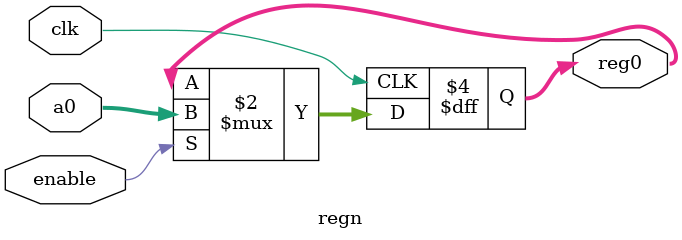
<source format=v>
module regn(
    // -------------------------------------------------------------------------
    // Inputs
    // -------------------------------------------------------------------------
    input wire clk,
    input wire enable,
    input wire signed [8:0] a0,
    // -------------------------------------------------------------------------
    
    // Register
    output reg signed [8:0] reg0
    // -------------------------------------------------------------------------
);

// -----------------------------------------------------------------------------
// Register update
// -----------------------------------------------------------------------------
always@ (posedge clk) begin
    if (enable) reg0 <= a0;
end
// -----------------------------------------------------------------------------
endmodule
</source>
